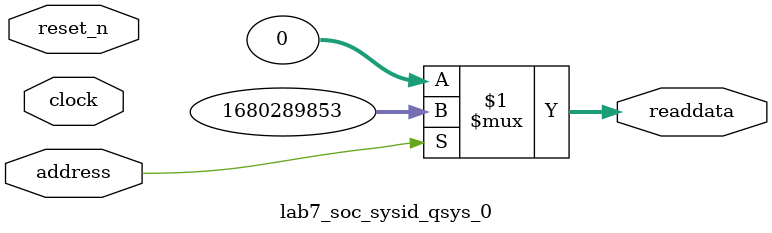
<source format=v>



// synthesis translate_off
`timescale 1ns / 1ps
// synthesis translate_on

// turn off superfluous verilog processor warnings 
// altera message_level Level1 
// altera message_off 10034 10035 10036 10037 10230 10240 10030 

module lab7_soc_sysid_qsys_0 (
               // inputs:
                address,
                clock,
                reset_n,

               // outputs:
                readdata
             )
;

  output  [ 31: 0] readdata;
  input            address;
  input            clock;
  input            reset_n;

  wire    [ 31: 0] readdata;
  //control_slave, which is an e_avalon_slave
  assign readdata = address ? 1680289853 : 0;

endmodule



</source>
